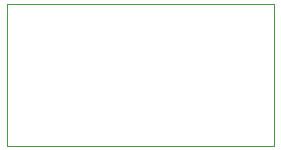
<source format=gko>
%FSLAX46Y46*%
G04 Gerber Fmt 4.6, Leading zero omitted, Abs format (unit mm)*
G04 Created by KiCad (PCBNEW (2014-10-18 BZR 5203)-product) date 3/11/2015 2:43:32 PM*
%MOMM*%
G01*
G04 APERTURE LIST*
%ADD10C,0.100000*%
G04 APERTURE END LIST*
D10*
X106426000Y-88900000D02*
X129032000Y-88900000D01*
X129032000Y-100901500D02*
X106426000Y-100901500D01*
X106426000Y-100901500D02*
X106426000Y-88900000D01*
X129032000Y-100901500D02*
X129032000Y-88900000D01*
M02*

</source>
